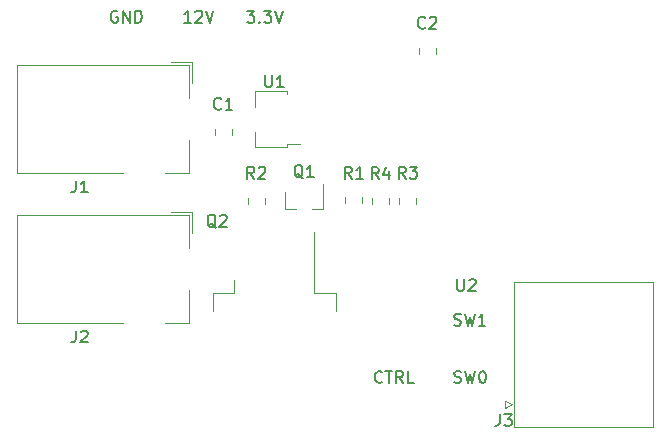
<source format=gbr>
%TF.GenerationSoftware,KiCad,Pcbnew,(5.1.6)-1*%
%TF.CreationDate,2020-10-06T11:55:27-05:00*%
%TF.ProjectId,desk_lamp,6465736b-5f6c-4616-9d70-2e6b69636164,rev?*%
%TF.SameCoordinates,Original*%
%TF.FileFunction,Legend,Top*%
%TF.FilePolarity,Positive*%
%FSLAX46Y46*%
G04 Gerber Fmt 4.6, Leading zero omitted, Abs format (unit mm)*
G04 Created by KiCad (PCBNEW (5.1.6)-1) date 2020-10-06 11:55:27*
%MOMM*%
%LPD*%
G01*
G04 APERTURE LIST*
%ADD10C,0.120000*%
%ADD11C,0.150000*%
G04 APERTURE END LIST*
D10*
%TO.C,J2*%
X64794000Y-38086000D02*
X64794000Y-39826000D01*
X63054000Y-38086000D02*
X64794000Y-38086000D01*
X64554000Y-47526000D02*
X62554000Y-47526000D01*
X64554000Y-44726000D02*
X64554000Y-47526000D01*
X64554000Y-38326000D02*
X64554000Y-41126000D01*
X49954000Y-38326000D02*
X64554000Y-38326000D01*
X49954000Y-47526000D02*
X49954000Y-38326000D01*
X58954000Y-47526000D02*
X49954000Y-47526000D01*
%TO.C,J1*%
X64794000Y-25386000D02*
X64794000Y-27126000D01*
X63054000Y-25386000D02*
X64794000Y-25386000D01*
X64554000Y-34826000D02*
X62554000Y-34826000D01*
X64554000Y-32026000D02*
X64554000Y-34826000D01*
X64554000Y-25626000D02*
X64554000Y-28426000D01*
X49954000Y-25626000D02*
X64554000Y-25626000D01*
X49954000Y-34826000D02*
X49954000Y-25626000D01*
X58954000Y-34826000D02*
X49954000Y-34826000D01*
%TO.C,J3*%
X91266200Y-54671000D02*
X91266200Y-54071000D01*
X91866200Y-54371000D02*
X91266200Y-54671000D01*
X91266200Y-54071000D02*
X91866200Y-54371000D01*
X92068000Y-56276000D02*
X92042600Y-44007800D01*
X92042600Y-44007800D02*
X103828200Y-44007800D01*
X103828200Y-44007800D02*
X103828200Y-56276000D01*
X103828200Y-56276000D02*
X92068000Y-56276000D01*
%TO.C,Q1*%
X72715000Y-37844000D02*
X72715000Y-36384000D01*
X75875000Y-37844000D02*
X75875000Y-35684000D01*
X75875000Y-37844000D02*
X74945000Y-37844000D01*
X72715000Y-37844000D02*
X73645000Y-37844000D01*
%TO.C,U1*%
X70095000Y-29176000D02*
X70095000Y-27866000D01*
X70095000Y-27866000D02*
X72815000Y-27866000D01*
X73955000Y-32356000D02*
X72815000Y-32356000D01*
X70095000Y-32586000D02*
X70095000Y-31276000D01*
X72815000Y-32586000D02*
X70095000Y-32586000D01*
X72815000Y-32586000D02*
X72815000Y-32356000D01*
X72815000Y-27866000D02*
X72815000Y-28096000D01*
%TO.C,R4*%
X81482000Y-37391078D02*
X81482000Y-36873922D01*
X80062000Y-37391078D02*
X80062000Y-36873922D01*
%TO.C,R3*%
X83768000Y-37391078D02*
X83768000Y-36873922D01*
X82348000Y-37391078D02*
X82348000Y-36873922D01*
%TO.C,R2*%
X69521000Y-36873922D02*
X69521000Y-37391078D01*
X70941000Y-36873922D02*
X70941000Y-37391078D01*
%TO.C,R1*%
X77776000Y-36825422D02*
X77776000Y-37342578D01*
X79196000Y-36825422D02*
X79196000Y-37342578D01*
%TO.C,Q2*%
X76955000Y-46429000D02*
X76955000Y-44929000D01*
X76955000Y-44929000D02*
X75145000Y-44929000D01*
X75145000Y-44929000D02*
X75145000Y-39804000D01*
X66555000Y-46429000D02*
X66555000Y-44929000D01*
X66555000Y-44929000D02*
X68365000Y-44929000D01*
X68365000Y-44929000D02*
X68365000Y-43829000D01*
%TO.C,C2*%
X83999000Y-24173922D02*
X83999000Y-24691078D01*
X85419000Y-24173922D02*
X85419000Y-24691078D01*
%TO.C,C1*%
X66727000Y-31031922D02*
X66727000Y-31549078D01*
X68147000Y-31031922D02*
X68147000Y-31549078D01*
%TO.C,U2*%
D11*
X87249095Y-43775380D02*
X87249095Y-44584904D01*
X87296714Y-44680142D01*
X87344333Y-44727761D01*
X87439571Y-44775380D01*
X87630047Y-44775380D01*
X87725285Y-44727761D01*
X87772904Y-44680142D01*
X87820523Y-44584904D01*
X87820523Y-43775380D01*
X88249095Y-43870619D02*
X88296714Y-43823000D01*
X88391952Y-43775380D01*
X88630047Y-43775380D01*
X88725285Y-43823000D01*
X88772904Y-43870619D01*
X88820523Y-43965857D01*
X88820523Y-44061095D01*
X88772904Y-44203952D01*
X88201476Y-44775380D01*
X88820523Y-44775380D01*
%TO.C,J2*%
X54970666Y-48128380D02*
X54970666Y-48842666D01*
X54923047Y-48985523D01*
X54827809Y-49080761D01*
X54684952Y-49128380D01*
X54589714Y-49128380D01*
X55399238Y-48223619D02*
X55446857Y-48176000D01*
X55542095Y-48128380D01*
X55780190Y-48128380D01*
X55875428Y-48176000D01*
X55923047Y-48223619D01*
X55970666Y-48318857D01*
X55970666Y-48414095D01*
X55923047Y-48556952D01*
X55351619Y-49128380D01*
X55970666Y-49128380D01*
%TO.C,J1*%
X54970666Y-35428380D02*
X54970666Y-36142666D01*
X54923047Y-36285523D01*
X54827809Y-36380761D01*
X54684952Y-36428380D01*
X54589714Y-36428380D01*
X55970666Y-36428380D02*
X55399238Y-36428380D01*
X55684952Y-36428380D02*
X55684952Y-35428380D01*
X55589714Y-35571238D01*
X55494476Y-35666476D01*
X55399238Y-35714095D01*
%TO.C,J3*%
X90852666Y-55205380D02*
X90852666Y-55919666D01*
X90805047Y-56062523D01*
X90709809Y-56157761D01*
X90566952Y-56205380D01*
X90471714Y-56205380D01*
X91233619Y-55205380D02*
X91852666Y-55205380D01*
X91519333Y-55586333D01*
X91662190Y-55586333D01*
X91757428Y-55633952D01*
X91805047Y-55681571D01*
X91852666Y-55776809D01*
X91852666Y-56014904D01*
X91805047Y-56110142D01*
X91757428Y-56157761D01*
X91662190Y-56205380D01*
X91376476Y-56205380D01*
X91281238Y-56157761D01*
X91233619Y-56110142D01*
%TO.C,Q1*%
X74199761Y-35218619D02*
X74104523Y-35171000D01*
X74009285Y-35075761D01*
X73866428Y-34932904D01*
X73771190Y-34885285D01*
X73675952Y-34885285D01*
X73723571Y-35123380D02*
X73628333Y-35075761D01*
X73533095Y-34980523D01*
X73485476Y-34790047D01*
X73485476Y-34456714D01*
X73533095Y-34266238D01*
X73628333Y-34171000D01*
X73723571Y-34123380D01*
X73914047Y-34123380D01*
X74009285Y-34171000D01*
X74104523Y-34266238D01*
X74152142Y-34456714D01*
X74152142Y-34790047D01*
X74104523Y-34980523D01*
X74009285Y-35075761D01*
X73914047Y-35123380D01*
X73723571Y-35123380D01*
X75104523Y-35123380D02*
X74533095Y-35123380D01*
X74818809Y-35123380D02*
X74818809Y-34123380D01*
X74723571Y-34266238D01*
X74628333Y-34361476D01*
X74533095Y-34409095D01*
%TO.C,TP6*%
X69466009Y-21067780D02*
X70085057Y-21067780D01*
X69751723Y-21448733D01*
X69894580Y-21448733D01*
X69989819Y-21496352D01*
X70037438Y-21543971D01*
X70085057Y-21639209D01*
X70085057Y-21877304D01*
X70037438Y-21972542D01*
X69989819Y-22020161D01*
X69894580Y-22067780D01*
X69608866Y-22067780D01*
X69513628Y-22020161D01*
X69466009Y-21972542D01*
X70513628Y-21972542D02*
X70561247Y-22020161D01*
X70513628Y-22067780D01*
X70466009Y-22020161D01*
X70513628Y-21972542D01*
X70513628Y-22067780D01*
X70894580Y-21067780D02*
X71513628Y-21067780D01*
X71180295Y-21448733D01*
X71323152Y-21448733D01*
X71418390Y-21496352D01*
X71466009Y-21543971D01*
X71513628Y-21639209D01*
X71513628Y-21877304D01*
X71466009Y-21972542D01*
X71418390Y-22020161D01*
X71323152Y-22067780D01*
X71037438Y-22067780D01*
X70942200Y-22020161D01*
X70894580Y-21972542D01*
X71799342Y-21067780D02*
X72132676Y-22067780D01*
X72466009Y-21067780D01*
%TO.C,TP5*%
X80888009Y-52452542D02*
X80840390Y-52500161D01*
X80697533Y-52547780D01*
X80602295Y-52547780D01*
X80459438Y-52500161D01*
X80364200Y-52404923D01*
X80316580Y-52309685D01*
X80268961Y-52119209D01*
X80268961Y-51976352D01*
X80316580Y-51785876D01*
X80364200Y-51690638D01*
X80459438Y-51595400D01*
X80602295Y-51547780D01*
X80697533Y-51547780D01*
X80840390Y-51595400D01*
X80888009Y-51643019D01*
X81173723Y-51547780D02*
X81745152Y-51547780D01*
X81459438Y-52547780D02*
X81459438Y-51547780D01*
X82649914Y-52547780D02*
X82316580Y-52071590D01*
X82078485Y-52547780D02*
X82078485Y-51547780D01*
X82459438Y-51547780D01*
X82554676Y-51595400D01*
X82602295Y-51643019D01*
X82649914Y-51738257D01*
X82649914Y-51881114D01*
X82602295Y-51976352D01*
X82554676Y-52023971D01*
X82459438Y-52071590D01*
X82078485Y-52071590D01*
X83554676Y-52547780D02*
X83078485Y-52547780D01*
X83078485Y-51547780D01*
%TO.C,TP4*%
X86982466Y-47648761D02*
X87125323Y-47696380D01*
X87363419Y-47696380D01*
X87458657Y-47648761D01*
X87506276Y-47601142D01*
X87553895Y-47505904D01*
X87553895Y-47410666D01*
X87506276Y-47315428D01*
X87458657Y-47267809D01*
X87363419Y-47220190D01*
X87172942Y-47172571D01*
X87077704Y-47124952D01*
X87030085Y-47077333D01*
X86982466Y-46982095D01*
X86982466Y-46886857D01*
X87030085Y-46791619D01*
X87077704Y-46744000D01*
X87172942Y-46696380D01*
X87411038Y-46696380D01*
X87553895Y-46744000D01*
X87887228Y-46696380D02*
X88125323Y-47696380D01*
X88315800Y-46982095D01*
X88506276Y-47696380D01*
X88744371Y-46696380D01*
X89649133Y-47696380D02*
X89077704Y-47696380D01*
X89363419Y-47696380D02*
X89363419Y-46696380D01*
X89268180Y-46839238D01*
X89172942Y-46934476D01*
X89077704Y-46982095D01*
%TO.C,TP3*%
X87007866Y-52500161D02*
X87150723Y-52547780D01*
X87388819Y-52547780D01*
X87484057Y-52500161D01*
X87531676Y-52452542D01*
X87579295Y-52357304D01*
X87579295Y-52262066D01*
X87531676Y-52166828D01*
X87484057Y-52119209D01*
X87388819Y-52071590D01*
X87198342Y-52023971D01*
X87103104Y-51976352D01*
X87055485Y-51928733D01*
X87007866Y-51833495D01*
X87007866Y-51738257D01*
X87055485Y-51643019D01*
X87103104Y-51595400D01*
X87198342Y-51547780D01*
X87436438Y-51547780D01*
X87579295Y-51595400D01*
X87912628Y-51547780D02*
X88150723Y-52547780D01*
X88341200Y-51833495D01*
X88531676Y-52547780D01*
X88769771Y-51547780D01*
X89341200Y-51547780D02*
X89436438Y-51547780D01*
X89531676Y-51595400D01*
X89579295Y-51643019D01*
X89626914Y-51738257D01*
X89674533Y-51928733D01*
X89674533Y-52166828D01*
X89626914Y-52357304D01*
X89579295Y-52452542D01*
X89531676Y-52500161D01*
X89436438Y-52547780D01*
X89341200Y-52547780D01*
X89245961Y-52500161D01*
X89198342Y-52452542D01*
X89150723Y-52357304D01*
X89103104Y-52166828D01*
X89103104Y-51928733D01*
X89150723Y-51738257D01*
X89198342Y-51643019D01*
X89245961Y-51595400D01*
X89341200Y-51547780D01*
%TO.C,TP2*%
X58470895Y-21090000D02*
X58375657Y-21042380D01*
X58232800Y-21042380D01*
X58089942Y-21090000D01*
X57994704Y-21185238D01*
X57947085Y-21280476D01*
X57899466Y-21470952D01*
X57899466Y-21613809D01*
X57947085Y-21804285D01*
X57994704Y-21899523D01*
X58089942Y-21994761D01*
X58232800Y-22042380D01*
X58328038Y-22042380D01*
X58470895Y-21994761D01*
X58518514Y-21947142D01*
X58518514Y-21613809D01*
X58328038Y-21613809D01*
X58947085Y-22042380D02*
X58947085Y-21042380D01*
X59518514Y-22042380D01*
X59518514Y-21042380D01*
X59994704Y-22042380D02*
X59994704Y-21042380D01*
X60232800Y-21042380D01*
X60375657Y-21090000D01*
X60470895Y-21185238D01*
X60518514Y-21280476D01*
X60566133Y-21470952D01*
X60566133Y-21613809D01*
X60518514Y-21804285D01*
X60470895Y-21899523D01*
X60375657Y-21994761D01*
X60232800Y-22042380D01*
X59994704Y-22042380D01*
%TO.C,TP1*%
X64709752Y-22042380D02*
X64138323Y-22042380D01*
X64424038Y-22042380D02*
X64424038Y-21042380D01*
X64328800Y-21185238D01*
X64233561Y-21280476D01*
X64138323Y-21328095D01*
X65090704Y-21137619D02*
X65138323Y-21090000D01*
X65233561Y-21042380D01*
X65471657Y-21042380D01*
X65566895Y-21090000D01*
X65614514Y-21137619D01*
X65662133Y-21232857D01*
X65662133Y-21328095D01*
X65614514Y-21470952D01*
X65043085Y-22042380D01*
X65662133Y-22042380D01*
X65947847Y-21042380D02*
X66281180Y-22042380D01*
X66614514Y-21042380D01*
%TO.C,U1*%
X70993095Y-26503380D02*
X70993095Y-27312904D01*
X71040714Y-27408142D01*
X71088333Y-27455761D01*
X71183571Y-27503380D01*
X71374047Y-27503380D01*
X71469285Y-27455761D01*
X71516904Y-27408142D01*
X71564523Y-27312904D01*
X71564523Y-26503380D01*
X72564523Y-27503380D02*
X71993095Y-27503380D01*
X72278809Y-27503380D02*
X72278809Y-26503380D01*
X72183571Y-26646238D01*
X72088333Y-26741476D01*
X71993095Y-26789095D01*
%TO.C,R4*%
X80605333Y-35298880D02*
X80272000Y-34822690D01*
X80033904Y-35298880D02*
X80033904Y-34298880D01*
X80414857Y-34298880D01*
X80510095Y-34346500D01*
X80557714Y-34394119D01*
X80605333Y-34489357D01*
X80605333Y-34632214D01*
X80557714Y-34727452D01*
X80510095Y-34775071D01*
X80414857Y-34822690D01*
X80033904Y-34822690D01*
X81462476Y-34632214D02*
X81462476Y-35298880D01*
X81224380Y-34251261D02*
X80986285Y-34965547D01*
X81605333Y-34965547D01*
%TO.C,R3*%
X82891333Y-35250380D02*
X82558000Y-34774190D01*
X82319904Y-35250380D02*
X82319904Y-34250380D01*
X82700857Y-34250380D01*
X82796095Y-34298000D01*
X82843714Y-34345619D01*
X82891333Y-34440857D01*
X82891333Y-34583714D01*
X82843714Y-34678952D01*
X82796095Y-34726571D01*
X82700857Y-34774190D01*
X82319904Y-34774190D01*
X83224666Y-34250380D02*
X83843714Y-34250380D01*
X83510380Y-34631333D01*
X83653238Y-34631333D01*
X83748476Y-34678952D01*
X83796095Y-34726571D01*
X83843714Y-34821809D01*
X83843714Y-35059904D01*
X83796095Y-35155142D01*
X83748476Y-35202761D01*
X83653238Y-35250380D01*
X83367523Y-35250380D01*
X83272285Y-35202761D01*
X83224666Y-35155142D01*
%TO.C,R2*%
X70064333Y-35250380D02*
X69731000Y-34774190D01*
X69492904Y-35250380D02*
X69492904Y-34250380D01*
X69873857Y-34250380D01*
X69969095Y-34298000D01*
X70016714Y-34345619D01*
X70064333Y-34440857D01*
X70064333Y-34583714D01*
X70016714Y-34678952D01*
X69969095Y-34726571D01*
X69873857Y-34774190D01*
X69492904Y-34774190D01*
X70445285Y-34345619D02*
X70492904Y-34298000D01*
X70588142Y-34250380D01*
X70826238Y-34250380D01*
X70921476Y-34298000D01*
X70969095Y-34345619D01*
X71016714Y-34440857D01*
X71016714Y-34536095D01*
X70969095Y-34678952D01*
X70397666Y-35250380D01*
X71016714Y-35250380D01*
%TO.C,R1*%
X78319333Y-35250380D02*
X77986000Y-34774190D01*
X77747904Y-35250380D02*
X77747904Y-34250380D01*
X78128857Y-34250380D01*
X78224095Y-34298000D01*
X78271714Y-34345619D01*
X78319333Y-34440857D01*
X78319333Y-34583714D01*
X78271714Y-34678952D01*
X78224095Y-34726571D01*
X78128857Y-34774190D01*
X77747904Y-34774190D01*
X79271714Y-35250380D02*
X78700285Y-35250380D01*
X78986000Y-35250380D02*
X78986000Y-34250380D01*
X78890761Y-34393238D01*
X78795523Y-34488476D01*
X78700285Y-34536095D01*
%TO.C,Q2*%
X66833761Y-39409619D02*
X66738523Y-39362000D01*
X66643285Y-39266761D01*
X66500428Y-39123904D01*
X66405190Y-39076285D01*
X66309952Y-39076285D01*
X66357571Y-39314380D02*
X66262333Y-39266761D01*
X66167095Y-39171523D01*
X66119476Y-38981047D01*
X66119476Y-38647714D01*
X66167095Y-38457238D01*
X66262333Y-38362000D01*
X66357571Y-38314380D01*
X66548047Y-38314380D01*
X66643285Y-38362000D01*
X66738523Y-38457238D01*
X66786142Y-38647714D01*
X66786142Y-38981047D01*
X66738523Y-39171523D01*
X66643285Y-39266761D01*
X66548047Y-39314380D01*
X66357571Y-39314380D01*
X67167095Y-38409619D02*
X67214714Y-38362000D01*
X67309952Y-38314380D01*
X67548047Y-38314380D01*
X67643285Y-38362000D01*
X67690904Y-38409619D01*
X67738523Y-38504857D01*
X67738523Y-38600095D01*
X67690904Y-38742952D01*
X67119476Y-39314380D01*
X67738523Y-39314380D01*
%TO.C,C2*%
X84542333Y-22455142D02*
X84494714Y-22502761D01*
X84351857Y-22550380D01*
X84256619Y-22550380D01*
X84113761Y-22502761D01*
X84018523Y-22407523D01*
X83970904Y-22312285D01*
X83923285Y-22121809D01*
X83923285Y-21978952D01*
X83970904Y-21788476D01*
X84018523Y-21693238D01*
X84113761Y-21598000D01*
X84256619Y-21550380D01*
X84351857Y-21550380D01*
X84494714Y-21598000D01*
X84542333Y-21645619D01*
X84923285Y-21645619D02*
X84970904Y-21598000D01*
X85066142Y-21550380D01*
X85304238Y-21550380D01*
X85399476Y-21598000D01*
X85447095Y-21645619D01*
X85494714Y-21740857D01*
X85494714Y-21836095D01*
X85447095Y-21978952D01*
X84875666Y-22550380D01*
X85494714Y-22550380D01*
%TO.C,C1*%
X67270333Y-29313142D02*
X67222714Y-29360761D01*
X67079857Y-29408380D01*
X66984619Y-29408380D01*
X66841761Y-29360761D01*
X66746523Y-29265523D01*
X66698904Y-29170285D01*
X66651285Y-28979809D01*
X66651285Y-28836952D01*
X66698904Y-28646476D01*
X66746523Y-28551238D01*
X66841761Y-28456000D01*
X66984619Y-28408380D01*
X67079857Y-28408380D01*
X67222714Y-28456000D01*
X67270333Y-28503619D01*
X68222714Y-29408380D02*
X67651285Y-29408380D01*
X67937000Y-29408380D02*
X67937000Y-28408380D01*
X67841761Y-28551238D01*
X67746523Y-28646476D01*
X67651285Y-28694095D01*
%TD*%
M02*

</source>
